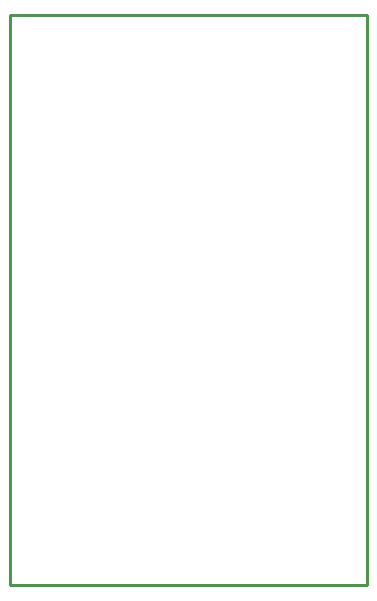
<source format=gbr>
G04 EAGLE Gerber RS-274X export*
G75*
%MOMM*%
%FSLAX34Y34*%
%LPD*%
%IN*%
%IPPOS*%
%AMOC8*
5,1,8,0,0,1.08239X$1,22.5*%
G01*
%ADD10C,0.254000*%


D10*
X12700Y50800D02*
X314200Y50800D01*
X314200Y533300D01*
X12700Y533300D01*
X12700Y50800D01*
M02*

</source>
